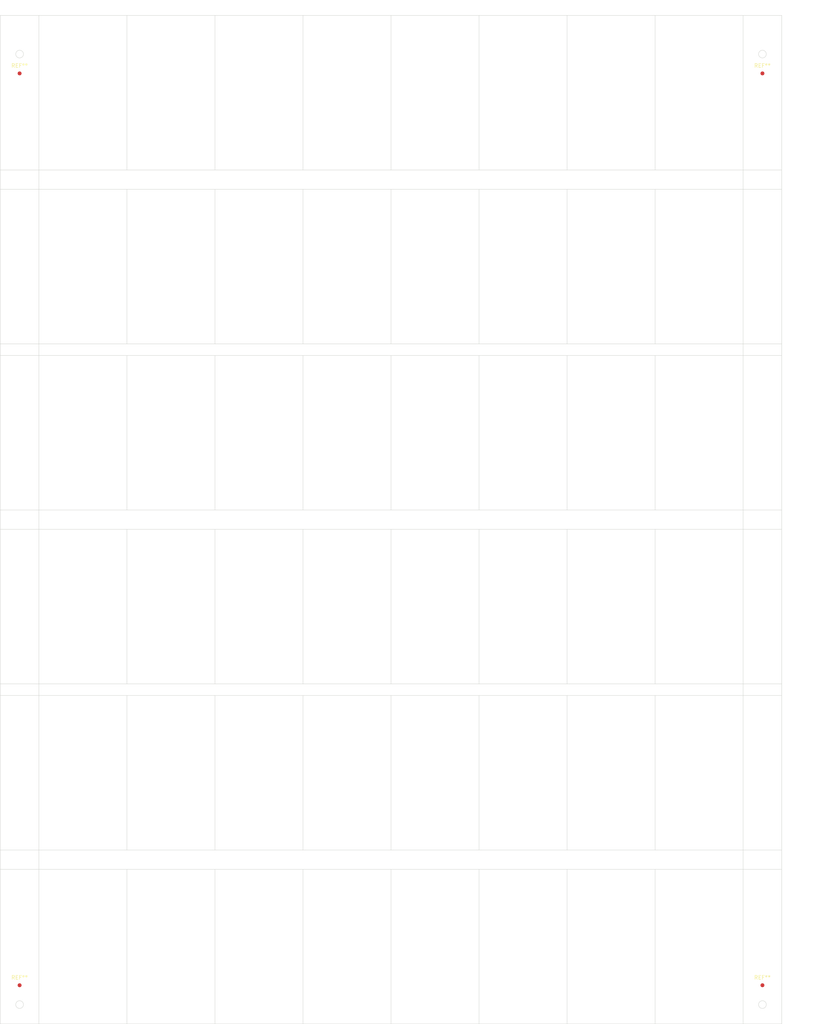
<source format=kicad_pcb>
(kicad_pcb (version 20171130) (host pcbnew "(5.1.10)-1")

  (general
    (thickness 1.6)
    (drawings 80)
    (tracks 0)
    (zones 0)
    (modules 4)
    (nets 1)
  )

  (page A4)
  (layers
    (0 F.Cu signal)
    (31 B.Cu signal)
    (32 B.Adhes user)
    (33 F.Adhes user)
    (34 B.Paste user)
    (35 F.Paste user)
    (36 B.SilkS user)
    (37 F.SilkS user)
    (38 B.Mask user)
    (39 F.Mask user)
    (40 Dwgs.User user)
    (41 Cmts.User user)
    (42 Eco1.User user)
    (43 Eco2.User user)
    (44 Edge.Cuts user)
    (45 Margin user)
    (46 B.CrtYd user hide)
    (47 F.CrtYd user)
    (48 B.Fab user hide)
    (49 F.Fab user hide)
  )

  (setup
    (last_trace_width 0.15)
    (user_trace_width 0.127)
    (user_trace_width 0.25)
    (trace_clearance 0.15)
    (zone_clearance 0.508)
    (zone_45_only no)
    (trace_min 0.127)
    (via_size 0.4)
    (via_drill 0.3)
    (via_min_size 0.2)
    (via_min_drill 0.3)
    (uvia_size 0.2)
    (uvia_drill 0.1)
    (uvias_allowed no)
    (uvia_min_size 0.2)
    (uvia_min_drill 0.1)
    (edge_width 0.1)
    (segment_width 0.2)
    (pcb_text_width 0.3)
    (pcb_text_size 1.5 1.5)
    (mod_edge_width 0.15)
    (mod_text_size 1 1)
    (mod_text_width 0.15)
    (pad_size 2 1)
    (pad_drill 1)
    (pad_to_mask_clearance 0)
    (aux_axis_origin 0 0)
    (visible_elements 7EFDFFFF)
    (pcbplotparams
      (layerselection 0x010f8_ffffffff)
      (usegerberextensions false)
      (usegerberattributes true)
      (usegerberadvancedattributes true)
      (creategerberjobfile true)
      (excludeedgelayer true)
      (linewidth 0.100000)
      (plotframeref false)
      (viasonmask false)
      (mode 1)
      (useauxorigin false)
      (hpglpennumber 1)
      (hpglpenspeed 20)
      (hpglpendiameter 15.000000)
      (psnegative false)
      (psa4output false)
      (plotreference true)
      (plotvalue true)
      (plotinvisibletext false)
      (padsonsilk false)
      (subtractmaskfromsilk false)
      (outputformat 1)
      (mirror false)
      (drillshape 0)
      (scaleselection 1)
      (outputdirectory "gerbers/"))
  )

  (net 0 "")

  (net_class Default "This is the default net class."
    (clearance 0.15)
    (trace_width 0.15)
    (via_dia 0.4)
    (via_drill 0.3)
    (uvia_dia 0.2)
    (uvia_drill 0.1)
  )

  (net_class Power ""
    (clearance 0.15)
    (trace_width 0.25)
    (via_dia 0.8)
    (via_drill 0.4)
    (uvia_dia 0.3)
    (uvia_drill 0.1)
  )

  (module Fiducial:Fiducial_1mm_Mask2mm (layer F.Cu) (tedit 5C18CB26) (tstamp 602180F3)
    (at 5 251)
    (descr "Circular Fiducial, 1mm bare copper, 2mm soldermask opening (Level A)")
    (tags fiducial)
    (attr smd)
    (fp_text reference REF** (at 0 -2) (layer F.SilkS)
      (effects (font (size 1 1) (thickness 0.15)))
    )
    (fp_text value Fiducial_1mm_Mask2mm (at 0 2) (layer F.Fab)
      (effects (font (size 1 1) (thickness 0.15)))
    )
    (fp_circle (center 0 0) (end 1.25 0) (layer F.CrtYd) (width 0.05))
    (fp_circle (center 0 0) (end 1 0) (layer F.Fab) (width 0.1))
    (fp_text user %R (at 0 0) (layer F.Fab)
      (effects (font (size 0.4 0.4) (thickness 0.06)))
    )
    (pad "" smd circle (at 0 0) (size 1 1) (layers F.Cu F.Mask)
      (solder_mask_margin 0.5) (clearance 0.5))
  )

  (module Fiducial:Fiducial_1mm_Mask2mm (layer F.Cu) (tedit 5C18CB26) (tstamp 60218108)
    (at 197.4 251)
    (descr "Circular Fiducial, 1mm bare copper, 2mm soldermask opening (Level A)")
    (tags fiducial)
    (attr smd)
    (fp_text reference REF** (at 0 -2) (layer F.SilkS)
      (effects (font (size 1 1) (thickness 0.15)))
    )
    (fp_text value Fiducial_1mm_Mask2mm (at 0 2) (layer F.Fab)
      (effects (font (size 1 1) (thickness 0.15)))
    )
    (fp_circle (center 0 0) (end 1.25 0) (layer F.CrtYd) (width 0.05))
    (fp_circle (center 0 0) (end 1 0) (layer F.Fab) (width 0.1))
    (fp_text user %R (at 0 0) (layer F.Fab)
      (effects (font (size 0.4 0.4) (thickness 0.06)))
    )
    (pad "" smd circle (at 0 0) (size 1 1) (layers F.Cu F.Mask)
      (solder_mask_margin 0.5) (clearance 0.5))
  )

  (module Fiducial:Fiducial_1mm_Mask2mm (layer F.Cu) (tedit 5C18CB26) (tstamp 6012A57A)
    (at 197.4 15)
    (descr "Circular Fiducial, 1mm bare copper, 2mm soldermask opening (Level A)")
    (tags fiducial)
    (attr smd)
    (fp_text reference REF** (at 0 -2) (layer F.SilkS)
      (effects (font (size 1 1) (thickness 0.15)))
    )
    (fp_text value Fiducial_1mm_Mask2mm (at 0 2) (layer F.Fab)
      (effects (font (size 1 1) (thickness 0.15)))
    )
    (fp_circle (center 0 0) (end 1.25 0) (layer F.CrtYd) (width 0.05))
    (fp_circle (center 0 0) (end 1 0) (layer F.Fab) (width 0.1))
    (fp_text user %R (at 0 0) (layer F.Fab)
      (effects (font (size 0.4 0.4) (thickness 0.06)))
    )
    (pad "" smd circle (at 0 0) (size 1 1) (layers F.Cu F.Mask)
      (solder_mask_margin 0.5) (clearance 0.5))
  )

  (module Fiducial:Fiducial_1mm_Mask2mm (layer F.Cu) (tedit 5C18CB26) (tstamp 6012A54F)
    (at 5 15)
    (descr "Circular Fiducial, 1mm bare copper, 2mm soldermask opening (Level A)")
    (tags fiducial)
    (attr smd)
    (fp_text reference REF** (at 0 -2) (layer F.SilkS)
      (effects (font (size 1 1) (thickness 0.15)))
    )
    (fp_text value Fiducial_1mm_Mask2mm (at 0 2) (layer F.Fab)
      (effects (font (size 1 1) (thickness 0.15)))
    )
    (fp_circle (center 0 0) (end 1.25 0) (layer F.CrtYd) (width 0.05))
    (fp_circle (center 0 0) (end 1 0) (layer F.Fab) (width 0.1))
    (fp_text user %R (at 0 0) (layer F.Fab)
      (effects (font (size 0.4 0.4) (thickness 0.06)))
    )
    (pad "" smd circle (at 0 0) (size 1 1) (layers F.Cu F.Mask)
      (solder_mask_margin 0.5) (clearance 0.5))
  )

  (dimension 261 (width 0.15) (layer Dwgs.User)
    (gr_text "261.000 mm" (at 209.7 130.5 270) (layer Dwgs.User)
      (effects (font (size 1 1) (thickness 0.15)))
    )
    (feature1 (pts (xy 202.4 261) (xy 208.986421 261)))
    (feature2 (pts (xy 202.4 0) (xy 208.986421 0)))
    (crossbar (pts (xy 208.4 0) (xy 208.4 261)))
    (arrow1a (pts (xy 208.4 261) (xy 207.813579 259.873496)))
    (arrow1b (pts (xy 208.4 261) (xy 208.986421 259.873496)))
    (arrow2a (pts (xy 208.4 0) (xy 207.813579 1.126504)))
    (arrow2b (pts (xy 208.4 0) (xy 208.986421 1.126504)))
  )
  (dimension 202.4 (width 0.15) (layer Dwgs.User)
    (gr_text "202.400 mm" (at 101.2 -3.3) (layer Dwgs.User)
      (effects (font (size 1 1) (thickness 0.15)))
    )
    (feature1 (pts (xy 202.4 0) (xy 202.4 -2.586421)))
    (feature2 (pts (xy 0 0) (xy 0 -2.586421)))
    (crossbar (pts (xy 0 -2) (xy 202.4 -2)))
    (arrow1a (pts (xy 202.4 -2) (xy 201.273496 -1.413579)))
    (arrow1b (pts (xy 202.4 -2) (xy 201.273496 -2.586421)))
    (arrow2a (pts (xy 0 -2) (xy 1.126504 -1.413579)))
    (arrow2b (pts (xy 0 -2) (xy 1.126504 -2.586421)))
  )
  (gr_line (start 10 176) (end 192.4 173) (layer Cmts.User) (width 0.15) (tstamp 602182D9))
  (gr_line (start 192.4 176) (end 10 173) (layer Cmts.User) (width 0.15) (tstamp 602182D8))
  (gr_line (start 192.4 88) (end 10 85) (layer Cmts.User) (width 0.15) (tstamp 602182B9))
  (gr_line (start 10 88) (end 192.4 85) (layer Cmts.User) (width 0.15) (tstamp 602182B8))
  (gr_line (start 192.4 45) (end 10 40) (layer Cmts.User) (width 0.15) (tstamp 60218275))
  (gr_line (start 10 45) (end 192.4 40) (layer Cmts.User) (width 0.15) (tstamp 60218274))
  (gr_line (start 10 133) (end 192.4 128) (layer Cmts.User) (width 0.15) (tstamp 60218259))
  (gr_line (start 192.4 133) (end 10 128) (layer Cmts.User) (width 0.15) (tstamp 60218258))
  (gr_line (start 10 221) (end 192.4 216) (layer Cmts.User) (width 0.15))
  (gr_line (start 192.4 221) (end 10 216) (layer Cmts.User) (width 0.15))
  (gr_text "route out" (at 102 217) (layer Cmts.User) (tstamp 6021824E)
    (effects (font (size 1 1) (thickness 0.15)))
  )
  (gr_text "route out" (at 102 129) (layer Cmts.User) (tstamp 60218248)
    (effects (font (size 1 1) (thickness 0.15)))
  )
  (gr_line (start 146.8 221) (end 146.8 261) (layer Edge.Cuts) (width 0.1) (tstamp 6021823F))
  (gr_line (start 78.4 221) (end 78.4 261) (layer Edge.Cuts) (width 0.1) (tstamp 6021823E))
  (gr_line (start 169.6 221) (end 169.6 261) (layer Edge.Cuts) (width 0.1) (tstamp 6021823D))
  (gr_line (start 32.8 221) (end 32.8 261) (layer Edge.Cuts) (width 0.1) (tstamp 6021823C))
  (gr_line (start 101.2 221) (end 101.2 261) (layer Edge.Cuts) (width 0.1) (tstamp 6021823B))
  (gr_line (start 55.6 221) (end 55.6 261) (layer Edge.Cuts) (width 0.1) (tstamp 6021823A))
  (gr_line (start 124 221) (end 124 261) (layer Edge.Cuts) (width 0.1) (tstamp 60218239))
  (gr_line (start 101.2 176) (end 101.2 216) (layer Edge.Cuts) (width 0.1) (tstamp 60218231))
  (gr_line (start 169.6 176) (end 169.6 216) (layer Edge.Cuts) (width 0.1) (tstamp 60218230))
  (gr_line (start 55.6 176) (end 55.6 216) (layer Edge.Cuts) (width 0.1) (tstamp 6021822F))
  (gr_line (start 124 176) (end 124 216) (layer Edge.Cuts) (width 0.1) (tstamp 6021822E))
  (gr_line (start 78.4 176) (end 78.4 216) (layer Edge.Cuts) (width 0.1) (tstamp 6021822D))
  (gr_line (start 146.8 176) (end 146.8 216) (layer Edge.Cuts) (width 0.1) (tstamp 6021822C))
  (gr_line (start 32.8 176) (end 32.8 216) (layer Edge.Cuts) (width 0.1) (tstamp 6021822B))
  (gr_line (start 0 216) (end 202.4 216) (layer Edge.Cuts) (width 0.1) (tstamp 60218229))
  (gr_line (start 169.6 133) (end 169.6 173) (layer Edge.Cuts) (width 0.1) (tstamp 602181DD))
  (gr_line (start 78.4 133) (end 78.4 173) (layer Edge.Cuts) (width 0.1) (tstamp 602181DC))
  (gr_line (start 32.8 133) (end 32.8 173) (layer Edge.Cuts) (width 0.1) (tstamp 602181DB))
  (gr_line (start 101.2 133) (end 101.2 173) (layer Edge.Cuts) (width 0.1) (tstamp 602181DA))
  (gr_line (start 55.6 133) (end 55.6 173) (layer Edge.Cuts) (width 0.1) (tstamp 602181D9))
  (gr_line (start 146.8 133) (end 146.8 173) (layer Edge.Cuts) (width 0.1) (tstamp 602181D8))
  (gr_line (start 124 133) (end 124 173) (layer Edge.Cuts) (width 0.1) (tstamp 602181D7))
  (gr_line (start 0 133) (end 202.4 133) (layer Edge.Cuts) (width 0.1) (tstamp 602181A9))
  (gr_line (start 0 88) (end 202.4 88) (layer Edge.Cuts) (width 0.1) (tstamp 602180B1))
  (gr_line (start 0 128) (end 202.4 128) (layer Edge.Cuts) (width 0.1) (tstamp 602180A8))
  (gr_text "route out" (at 102 86) (layer Cmts.User) (tstamp 602180A2)
    (effects (font (size 1 1) (thickness 0.15)))
  )
  (gr_line (start 78.4 88) (end 78.4 128) (layer Edge.Cuts) (width 0.1) (tstamp 60218183))
  (gr_line (start 32.8 88) (end 32.8 128) (layer Edge.Cuts) (width 0.1) (tstamp 60218182))
  (gr_line (start 101.2 88) (end 101.2 128) (layer Edge.Cuts) (width 0.1) (tstamp 60218181))
  (gr_line (start 55.6 88) (end 55.6 128) (layer Edge.Cuts) (width 0.1) (tstamp 60218180))
  (gr_line (start 146.8 88) (end 146.8 128) (layer Edge.Cuts) (width 0.1) (tstamp 6021817F))
  (gr_line (start 124 88) (end 124 128) (layer Edge.Cuts) (width 0.1) (tstamp 6021817E))
  (gr_line (start 169.6 88) (end 169.6 128) (layer Edge.Cuts) (width 0.1) (tstamp 6021817D))
  (gr_line (start 78.4 45) (end 78.4 85) (layer Edge.Cuts) (width 0.1) (tstamp 60218175))
  (gr_line (start 124 45) (end 124 85) (layer Edge.Cuts) (width 0.1) (tstamp 60218174))
  (gr_line (start 55.6 45) (end 55.6 85) (layer Edge.Cuts) (width 0.1) (tstamp 60218173))
  (gr_line (start 32.8 45) (end 32.8 85) (layer Edge.Cuts) (width 0.1) (tstamp 60218172))
  (gr_line (start 101.2 45) (end 101.2 85) (layer Edge.Cuts) (width 0.1) (tstamp 60218171))
  (gr_line (start 146.8 45) (end 146.8 85) (layer Edge.Cuts) (width 0.1) (tstamp 6181CBFC))
  (gr_line (start 169.6 45) (end 169.6 85) (layer Edge.Cuts) (width 0.1) (tstamp 6021816F))
  (gr_text "route out" (at 102 41) (layer Cmts.User) (tstamp 60218159)
    (effects (font (size 1 1) (thickness 0.15)))
  )
  (gr_line (start 0 45) (end 202.4 45) (layer Edge.Cuts) (width 0.1) (tstamp 60218142))
  (gr_text "route out" (at 102 174) (layer Cmts.User) (tstamp 6021809F)
    (effects (font (size 1 1) (thickness 0.15)))
  )
  (gr_line (start 169.6 0) (end 169.6 40) (layer Edge.Cuts) (width 0.1) (tstamp 6012A602))
  (gr_line (start 146.8 0) (end 146.8 40) (layer Edge.Cuts) (width 0.1) (tstamp 6181C950))
  (gr_line (start 124 0) (end 124 40) (layer Edge.Cuts) (width 0.1) (tstamp 6012A5F7))
  (gr_line (start 101.2 0) (end 101.2 40) (layer Edge.Cuts) (width 0.1) (tstamp 6181C938))
  (gr_line (start 78.4 0) (end 78.4 40) (layer Edge.Cuts) (width 0.1) (tstamp 6012A5EA))
  (gr_line (start 55.6 0) (end 55.6 40) (layer Edge.Cuts) (width 0.1) (tstamp 6181C91F))
  (gr_line (start 32.8 0) (end 32.8 40) (layer Edge.Cuts) (width 0.1) (tstamp 6012A5D9))
  (gr_circle (center 197.4 10) (end 198.4 10) (layer Edge.Cuts) (width 0.1))
  (gr_circle (center 197.4 256) (end 198.4 256) (layer Edge.Cuts) (width 0.1) (tstamp 602180CC))
  (gr_circle (center 5 256) (end 6 256) (layer Edge.Cuts) (width 0.1) (tstamp 602180C6))
  (gr_circle (center 5 10) (end 6 10) (layer Edge.Cuts) (width 0.1))
  (gr_circle (center 5 10) (end 5 9) (layer F.Fab) (width 0.15))
  (gr_line (start 0 221) (end 202.4 221) (layer Edge.Cuts) (width 0.1) (tstamp 602180C0))
  (gr_line (start 0 176) (end 202.4 176) (layer Edge.Cuts) (width 0.1) (tstamp 602180BA))
  (gr_line (start 0 173) (end 202.4 173) (layer Edge.Cuts) (width 0.1) (tstamp 602180B7))
  (gr_line (start 0 85) (end 202.4 85) (layer Edge.Cuts) (width 0.1) (tstamp 602180AE))
  (gr_line (start 0 40) (end 202.4 40) (layer Edge.Cuts) (width 0.1) (tstamp 602180AB))
  (gr_line (start 192.4 0) (end 192.4 261) (layer Edge.Cuts) (width 0.1) (tstamp 60124669))
  (gr_line (start 10 0) (end 10 261) (layer Edge.Cuts) (width 0.1) (tstamp 6012465D))
  (gr_line (start 0 0) (end 0 261) (layer Edge.Cuts) (width 0.1) (tstamp 601245FC))
  (gr_line (start 0 261) (end 202.4 261) (layer Edge.Cuts) (width 0.1) (tstamp 602180A5))
  (gr_line (start 202.4 0) (end 202.4 261) (layer Edge.Cuts) (width 0.1))
  (gr_line (start 0 0) (end 202.4 0) (layer Edge.Cuts) (width 0.1) (tstamp 60124684))

)

</source>
